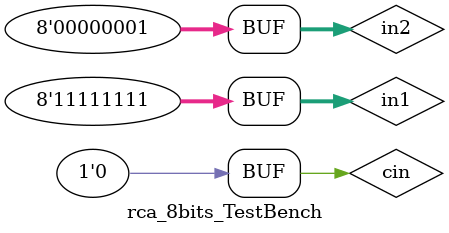
<source format=v>
`timescale 1ns / 1ps


module rca_8bits_TestBench;

	// Inputs
	reg [7:0] in1;
	reg [7:0] in2;
	reg cin;

	// Outputs
	wire [7:0] out;
	wire cout;

	// Instantiate the Unit Under Test (UUT)
	rca_8bits uut (
		.in1(in1), 
		.in2(in2), 
		.cin(cin), 
		.out(out), 
		.cout(cout)
	);

	initial begin
		// Initialize Inputs
		in1 = 0;
		in2 = 0;
		cin = 0;

		// Wait 100 ns for global reset to finish
		#100;
        
		// Add stimulus here
		
		$monitor ("input1 = %d, input2 = %d, carry_in = %d, sum = %d, carry_out = %d", in1, in2, cin, out, cout);
		// Initialize Inputs
		in1 = 8'd17; in2 = 8'd112; cin = 0;
		#100;
		
		in1 = 8'd123; in2 = 8'd42; cin = 1;
		#100;
		
		in1 = 8'd143; in2 = 8'd107; cin = 0;
		#100;
		
		in1 = 8'd120; in2 = 8'd110; cin=1;
		#100
		
		in1 = 8'd255; in2 = 8'd1; cin = 0;
		#100;
		

		
		

	end
      
endmodule


</source>
